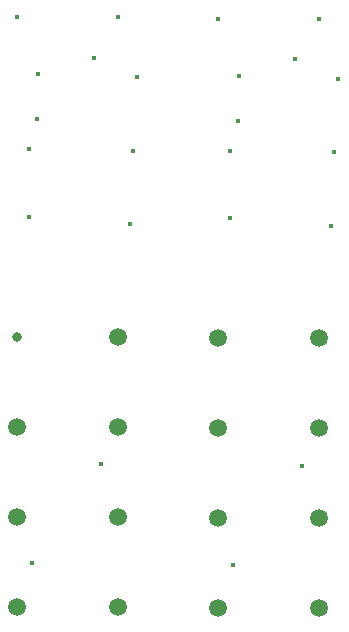
<source format=gbr>
G04 DesignSpark PCB Gerber Version 11.0 Build 5877*
G04 #@! TF.Part,Single*
G04 #@! TF.FilePolarity,Positive*
%FSLAX35Y35*%
%MOIN*%
G04 #@! TA.AperFunction,ViaDrill*
%ADD70C,0.01600*%
%ADD87C,0.03150*%
%ADD86C,0.05906*%
G04 #@! TD.AperFunction*
X0Y0D02*
D02*
D70*
X12219Y259831D03*
X16219Y193331D03*
Y215831D03*
X17250Y77831D03*
X18750Y225831D03*
X19219Y240831D03*
X37750Y246331D03*
X40250Y110831D03*
X45750Y259831D03*
X49750Y190831D03*
X50750Y215331D03*
X52250Y239831D03*
X79250Y259331D03*
X83250Y192831D03*
Y215331D03*
X84281Y77331D03*
X85781Y225331D03*
X86250Y240331D03*
X104781Y245831D03*
X107281Y110331D03*
X112781Y259331D03*
X116781Y190331D03*
X117781Y214831D03*
X119281Y239331D03*
D02*
D86*
X12219Y63331D03*
Y93331D03*
X12250Y123331D03*
X45750Y63331D03*
Y93331D03*
Y123331D03*
Y153331D03*
X79250Y62831D03*
Y92831D03*
Y152831D03*
X79281Y122831D03*
X112781Y62831D03*
Y92831D03*
Y122831D03*
Y152831D03*
D02*
D87*
X12219Y153331D03*
X0Y0D02*
M02*

</source>
